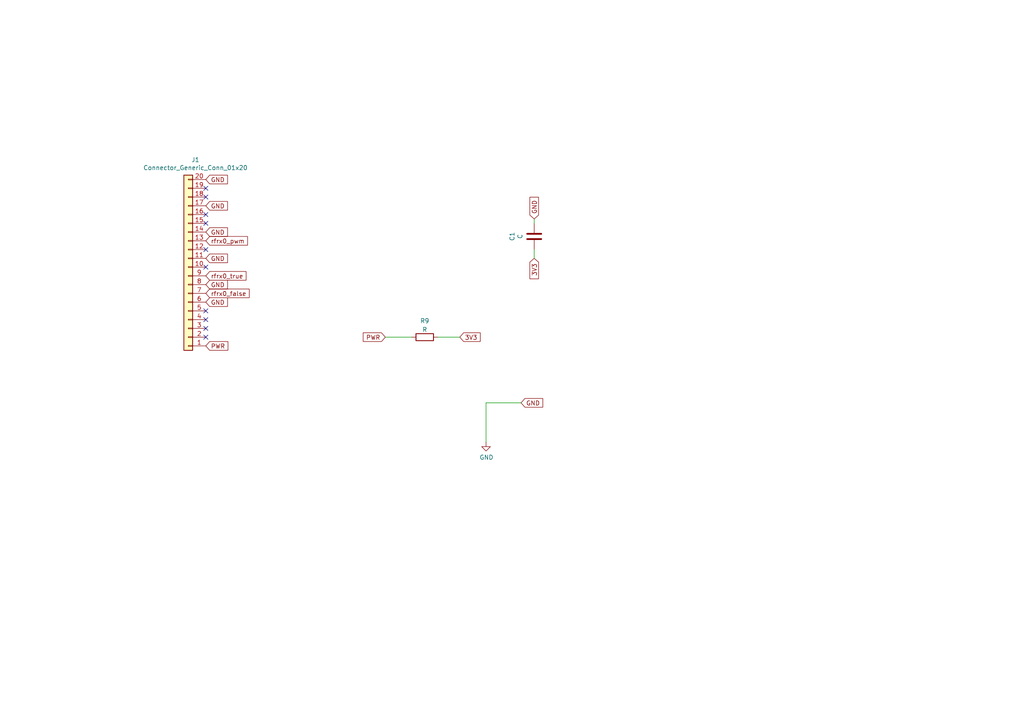
<source format=kicad_sch>
(kicad_sch (version 20211123) (generator eeschema)
  (paper "A4")
  (lib_symbols
    (symbol "Device:C" (pin_numbers hide) (pin_names (offset 0.254))
      (property "Reference" "C" (at 0.635 2.54 0))
      (property "Value" "C" (at 0.635 -2.54 0))
      (symbol "C_0_1"
        (polyline (pts (xy -2.032 -0.762) (xy 2.032 -0.762)) (stroke (width 0.508)))
        (polyline (pts (xy -2.032 0.762) (xy 2.032 0.762)) (stroke (width 0.508)))
      )
      (symbol "C_1_1"
        (pin passive line (at 0 3.81 270) (length 2.794) (name "~") (number "1"))
        (pin passive line (at 0 -3.81 90) (length 2.794) (name "~") (number "2"))
      )
    )
    (symbol "Device:R" (pin_numbers hide) (pin_names (offset 0))
      (property "Reference" "R" (at 2.032 0 90))
      (property "Value" "R" (at 0 0 90))
      (symbol "R_0_1"
        (rectangle (start -1.016 -2.54) (end 1.016 2.54) (stroke (width 0.254)))
      )
      (symbol "R_1_1"
        (pin passive line (at 0 3.81 270) (length 1.27) (name "~") (number "1"))
        (pin passive line (at 0 -3.81 90) (length 1.27) (name "~") (number "2"))
      )
    )
    (symbol "bgt:Connector_Generic_Conn_01x20" (pin_names (offset 1.016) hide)
      (property "Reference" "J" (at 0 25.4 0))
      (property "Value" "bgt_Connector_Generic_Conn_01x20" (at 0 -27.94 0))
      (symbol "Connector_Generic_Conn_01x20_1_1"
        (rectangle (start -1.27 -25.273) (end 0 -25.527) (stroke (width 0.1524)))
        (rectangle (start -1.27 -22.733) (end 0 -22.987) (stroke (width 0.1524)))
        (rectangle (start -1.27 -20.193) (end 0 -20.447) (stroke (width 0.1524)))
        (rectangle (start -1.27 -17.653) (end 0 -17.907) (stroke (width 0.1524)))
        (rectangle (start -1.27 -15.113) (end 0 -15.367) (stroke (width 0.1524)))
        (rectangle (start -1.27 -12.573) (end 0 -12.827) (stroke (width 0.1524)))
        (rectangle (start -1.27 -10.033) (end 0 -10.287) (stroke (width 0.1524)))
        (rectangle (start -1.27 -7.493) (end 0 -7.747) (stroke (width 0.1524)))
        (rectangle (start -1.27 -4.953) (end 0 -5.207) (stroke (width 0.1524)))
        (rectangle (start -1.27 -2.413) (end 0 -2.667) (stroke (width 0.1524)))
        (rectangle (start -1.27 0.127) (end 0 -0.127) (stroke (width 0.1524)))
        (rectangle (start -1.27 2.667) (end 0 2.413) (stroke (width 0.1524)))
        (rectangle (start -1.27 5.207) (end 0 4.953) (stroke (width 0.1524)))
        (rectangle (start -1.27 7.747) (end 0 7.493) (stroke (width 0.1524)))
        (rectangle (start -1.27 10.287) (end 0 10.033) (stroke (width 0.1524)))
        (rectangle (start -1.27 12.827) (end 0 12.573) (stroke (width 0.1524)))
        (rectangle (start -1.27 15.367) (end 0 15.113) (stroke (width 0.1524)))
        (rectangle (start -1.27 17.907) (end 0 17.653) (stroke (width 0.1524)))
        (rectangle (start -1.27 20.447) (end 0 20.193) (stroke (width 0.1524)))
        (rectangle (start -1.27 22.987) (end 0 22.733) (stroke (width 0.1524)))
        (rectangle (start -1.27 24.13) (end 1.27 -26.67) (stroke (width 0.254)) (fill (type background)))
        (pin passive line (at -5.08 22.86 0) (length 3.81) (name "Pin_1") (number "1"))
        (pin passive line (at -5.08 0 0) (length 3.81) (name "Pin_10") (number "10"))
        (pin passive line (at -5.08 -2.54 0) (length 3.81) (name "Pin_11") (number "11"))
        (pin passive line (at -5.08 -5.08 0) (length 3.81) (name "Pin_12") (number "12"))
        (pin passive line (at -5.08 -7.62 0) (length 3.81) (name "Pin_13") (number "13"))
        (pin passive line (at -5.08 -10.16 0) (length 3.81) (name "Pin_14") (number "14"))
        (pin passive line (at -5.08 -12.7 0) (length 3.81) (name "Pin_15") (number "15"))
        (pin passive line (at -5.08 -15.24 0) (length 3.81) (name "Pin_16") (number "16"))
        (pin passive line (at -5.08 -17.78 0) (length 3.81) (name "Pin_17") (number "17"))
        (pin passive line (at -5.08 -20.32 0) (length 3.81) (name "Pin_18") (number "18"))
        (pin passive line (at -5.08 -22.86 0) (length 3.81) (name "Pin_19") (number "19"))
        (pin passive line (at -5.08 20.32 0) (length 3.81) (name "Pin_2") (number "2"))
        (pin passive line (at -5.08 -25.4 0) (length 3.81) (name "Pin_20") (number "20"))
        (pin passive line (at -5.08 17.78 0) (length 3.81) (name "Pin_3") (number "3"))
        (pin passive line (at -5.08 15.24 0) (length 3.81) (name "Pin_4") (number "4"))
        (pin passive line (at -5.08 12.7 0) (length 3.81) (name "Pin_5") (number "5"))
        (pin passive line (at -5.08 10.16 0) (length 3.81) (name "Pin_6") (number "6"))
        (pin passive line (at -5.08 7.62 0) (length 3.81) (name "Pin_7") (number "7"))
        (pin passive line (at -5.08 5.08 0) (length 3.81) (name "Pin_8") (number "8"))
        (pin passive line (at -5.08 2.54 0) (length 3.81) (name "Pin_9") (number "9"))
      )
    )
    (symbol "power:GND" (power) (pin_names (offset 0))
      (property "Value" "GND" (at 0 -3.81 0))
      (symbol "GND_0_1"
        (polyline (pts (xy 0 0) (xy 0 -1.27) (xy 1.27 -1.27) (xy 0 -2.54) (xy -1.27 -1.27) (xy 0 -1.27)))
      )
      (symbol "GND_1_1"
        (pin power_in line (at 0 0 270) (length 0) hide (name "GND") (number "1"))
      )
    )
  )
  (no_connect (at 59.69 77.47))
  (no_connect (at 59.69 54.61))
  (no_connect (at 59.69 97.79))
  (no_connect (at 59.69 72.39))
  (no_connect (at 59.69 92.71))
  (no_connect (at 59.69 90.17))
  (no_connect (at 59.69 57.15))
  (no_connect (at 59.69 64.77))
  (no_connect (at 59.69 62.23))
  (no_connect (at 59.69 95.25))
  (wire (pts (xy 140.97 116.84) (xy 140.97 128.27)))
  (wire (pts (xy 140.97 116.84) (xy 151.13 116.84)))
  (wire (pts (xy 154.94 74.93) (xy 154.94 72.39)))
  (wire (pts (xy 127 97.79) (xy 133.35 97.79)))
  (wire (pts (xy 111.76 97.79) (xy 119.38 97.79)))
  (wire (pts (xy 154.94 64.77) (xy 154.94 63.5)))
  (global_label "GND" (shape input) (at 154.94 63.5 90) (property "Intersheet References" "${INTERSHEET_REFS}" (effects hide)))
  (global_label "GND" (shape input) (at 59.69 82.55 0) (property "Intersheet References" "${INTERSHEET_REFS}" (effects hide)))
  (global_label "rfrx0_false" (shape input) (at 59.69 85.09 0) (property "Intersheet References" "${INTERSHEET_REFS}" (effects hide)))
  (global_label "rfrx0_pwm" (shape input) (at 59.69 69.85 0) (property "Intersheet References" "${INTERSHEET_REFS}" (effects hide)))
  (global_label "rfrx0_true" (shape input) (at 59.69 80.01 0) (property "Intersheet References" "${INTERSHEET_REFS}" (effects hide)))
  (global_label "GND" (shape input) (at 59.69 52.07 0) (property "Intersheet References" "${INTERSHEET_REFS}" (effects hide)))
  (global_label "3V3" (shape input) (at 133.35 97.79 0) (property "Intersheet References" "${INTERSHEET_REFS}" (effects hide)))
  (global_label "PWR" (shape input) (at 111.76 97.79 180) (property "Intersheet References" "${INTERSHEET_REFS}" (effects hide)))
  (global_label "GND" (shape input) (at 59.69 59.69 0) (property "Intersheet References" "${INTERSHEET_REFS}" (effects hide)))
  (global_label "GND" (shape input) (at 59.69 67.31 0) (property "Intersheet References" "${INTERSHEET_REFS}" (effects hide)))
  (global_label "GND" (shape input) (at 151.13 116.84 0) (property "Intersheet References" "${INTERSHEET_REFS}" (effects hide)))
  (global_label "3V3" (shape input) (at 154.94 74.93 270) (property "Intersheet References" "${INTERSHEET_REFS}" (effects hide)))
  (global_label "PWR" (shape input) (at 59.69 100.33 0) (property "Intersheet References" "${INTERSHEET_REFS}" (effects hide)))
  (global_label "GND" (shape input) (at 59.69 74.93 0) (property "Intersheet References" "${INTERSHEET_REFS}" (effects hide)))
  (global_label "GND" (shape input) (at 59.69 87.63 0) (property "Intersheet References" "${INTERSHEET_REFS}" (effects hide)))
  (symbol (lib_id "power:GND") (at 140.97 128.27 0) (unit 1)
    (property "Reference" "#PWR01" (effects hide))
    (property "Value" "GND" (at 141.097 132.6642 0))
  )
  (symbol (lib_id "Device:R") (at 123.19 97.79 90) (unit 1)
    (property "Reference" "R9" (at 123.19 93.0742 90))
    (property "Value" "R" (at 123.19 95.6111 90))
    (property "Footprint" "Resistor_SMD:R_0805_2012Metric" (effects hide))
  )
  (symbol (lib_id "bgt:Connector_Generic_Conn_01x20") (at 54.61 77.47 180) (unit 1)
    (property "Reference" "J1" (at 56.6928 46.355 0))
    (property "Value" "Connector_Generic_Conn_01x20" (at 56.6928 48.6664 0))
    (property "Footprint" "Connector_PinHeader_2.54mm:PinHeader_1x20_P2.54mm_Vertical" (effects hide))
  )
  (symbol (lib_id "Device:C") (at 154.94 68.58 0) (unit 1)
    (property "Reference" "C1" (at 148.5392 68.58 90))
    (property "Value" "C" (at 150.8506 68.58 90))
    (property "Footprint" "Capacitor_SMD:C_1206_3216Metric" (effects hide))
  )
)
</source>
